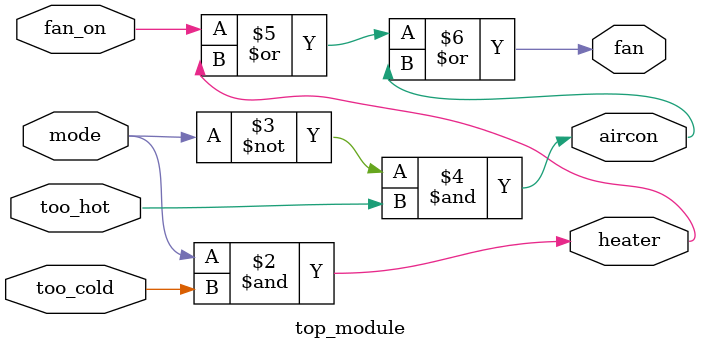
<source format=v>
module top_module (
    input too_cold,
    input too_hot,
    input mode,
    input fan_on,
    output heater,
    output aircon,
    output fan
);
    assign heater = (mode == 1'b1) & too_cold;
    assign aircon = (mode == 1'b0) & too_hot;
    assign fan = fan_on | heater | aircon;
endmodule

</source>
